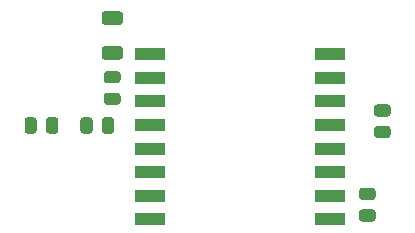
<source format=gtp>
%TF.GenerationSoftware,KiCad,Pcbnew,(5.1.9-0-10_14)*%
%TF.CreationDate,2021-03-17T15:04:59+08:00*%
%TF.ProjectId,Kernel,4b65726e-656c-42e6-9b69-6361645f7063,rev?*%
%TF.SameCoordinates,Original*%
%TF.FileFunction,Paste,Top*%
%TF.FilePolarity,Positive*%
%FSLAX46Y46*%
G04 Gerber Fmt 4.6, Leading zero omitted, Abs format (unit mm)*
G04 Created by KiCad (PCBNEW (5.1.9-0-10_14)) date 2021-03-17 15:04:59*
%MOMM*%
%LPD*%
G01*
G04 APERTURE LIST*
%ADD10R,2.500000X1.000000*%
G04 APERTURE END LIST*
D10*
%TO.C,U1*%
X89555000Y-39680000D03*
X89555000Y-41680000D03*
X89555000Y-43680000D03*
X89555000Y-45680000D03*
X89555000Y-47680000D03*
X89555000Y-49680000D03*
X89555000Y-51680000D03*
X89555000Y-53680000D03*
X104755000Y-53680000D03*
X104755000Y-51680000D03*
X104755000Y-49680000D03*
X104755000Y-47680000D03*
X104755000Y-45680000D03*
X104755000Y-43680000D03*
X104755000Y-41680000D03*
X104755000Y-39680000D03*
%TD*%
%TO.C,R5*%
G36*
G01*
X79967500Y-45269998D02*
X79967500Y-46170002D01*
G75*
G02*
X79717502Y-46420000I-249998J0D01*
G01*
X79192498Y-46420000D01*
G75*
G02*
X78942500Y-46170002I0J249998D01*
G01*
X78942500Y-45269998D01*
G75*
G02*
X79192498Y-45020000I249998J0D01*
G01*
X79717502Y-45020000D01*
G75*
G02*
X79967500Y-45269998I0J-249998D01*
G01*
G37*
G36*
G01*
X81792500Y-45269998D02*
X81792500Y-46170002D01*
G75*
G02*
X81542502Y-46420000I-249998J0D01*
G01*
X81017498Y-46420000D01*
G75*
G02*
X80767500Y-46170002I0J249998D01*
G01*
X80767500Y-45269998D01*
G75*
G02*
X81017498Y-45020000I249998J0D01*
G01*
X81542502Y-45020000D01*
G75*
G02*
X81792500Y-45269998I0J-249998D01*
G01*
G37*
%TD*%
%TO.C,R4*%
G36*
G01*
X85909998Y-42945000D02*
X86810002Y-42945000D01*
G75*
G02*
X87060000Y-43194998I0J-249998D01*
G01*
X87060000Y-43720002D01*
G75*
G02*
X86810002Y-43970000I-249998J0D01*
G01*
X85909998Y-43970000D01*
G75*
G02*
X85660000Y-43720002I0J249998D01*
G01*
X85660000Y-43194998D01*
G75*
G02*
X85909998Y-42945000I249998J0D01*
G01*
G37*
G36*
G01*
X85909998Y-41120000D02*
X86810002Y-41120000D01*
G75*
G02*
X87060000Y-41369998I0J-249998D01*
G01*
X87060000Y-41895002D01*
G75*
G02*
X86810002Y-42145000I-249998J0D01*
G01*
X85909998Y-42145000D01*
G75*
G02*
X85660000Y-41895002I0J249998D01*
G01*
X85660000Y-41369998D01*
G75*
G02*
X85909998Y-41120000I249998J0D01*
G01*
G37*
%TD*%
%TO.C,R3*%
G36*
G01*
X85490000Y-46170002D02*
X85490000Y-45269998D01*
G75*
G02*
X85739998Y-45020000I249998J0D01*
G01*
X86265002Y-45020000D01*
G75*
G02*
X86515000Y-45269998I0J-249998D01*
G01*
X86515000Y-46170002D01*
G75*
G02*
X86265002Y-46420000I-249998J0D01*
G01*
X85739998Y-46420000D01*
G75*
G02*
X85490000Y-46170002I0J249998D01*
G01*
G37*
G36*
G01*
X83665000Y-46170002D02*
X83665000Y-45269998D01*
G75*
G02*
X83914998Y-45020000I249998J0D01*
G01*
X84440002Y-45020000D01*
G75*
G02*
X84690000Y-45269998I0J-249998D01*
G01*
X84690000Y-46170002D01*
G75*
G02*
X84440002Y-46420000I-249998J0D01*
G01*
X83914998Y-46420000D01*
G75*
G02*
X83665000Y-46170002I0J249998D01*
G01*
G37*
%TD*%
%TO.C,R2*%
G36*
G01*
X108400002Y-52027500D02*
X107499998Y-52027500D01*
G75*
G02*
X107250000Y-51777502I0J249998D01*
G01*
X107250000Y-51252498D01*
G75*
G02*
X107499998Y-51002500I249998J0D01*
G01*
X108400002Y-51002500D01*
G75*
G02*
X108650000Y-51252498I0J-249998D01*
G01*
X108650000Y-51777502D01*
G75*
G02*
X108400002Y-52027500I-249998J0D01*
G01*
G37*
G36*
G01*
X108400002Y-53852500D02*
X107499998Y-53852500D01*
G75*
G02*
X107250000Y-53602502I0J249998D01*
G01*
X107250000Y-53077498D01*
G75*
G02*
X107499998Y-52827500I249998J0D01*
G01*
X108400002Y-52827500D01*
G75*
G02*
X108650000Y-53077498I0J-249998D01*
G01*
X108650000Y-53602502D01*
G75*
G02*
X108400002Y-53852500I-249998J0D01*
G01*
G37*
%TD*%
%TO.C,R1*%
G36*
G01*
X108769998Y-45762500D02*
X109670002Y-45762500D01*
G75*
G02*
X109920000Y-46012498I0J-249998D01*
G01*
X109920000Y-46537502D01*
G75*
G02*
X109670002Y-46787500I-249998J0D01*
G01*
X108769998Y-46787500D01*
G75*
G02*
X108520000Y-46537502I0J249998D01*
G01*
X108520000Y-46012498D01*
G75*
G02*
X108769998Y-45762500I249998J0D01*
G01*
G37*
G36*
G01*
X108769998Y-43937500D02*
X109670002Y-43937500D01*
G75*
G02*
X109920000Y-44187498I0J-249998D01*
G01*
X109920000Y-44712502D01*
G75*
G02*
X109670002Y-44962500I-249998J0D01*
G01*
X108769998Y-44962500D01*
G75*
G02*
X108520000Y-44712502I0J249998D01*
G01*
X108520000Y-44187498D01*
G75*
G02*
X108769998Y-43937500I249998J0D01*
G01*
G37*
%TD*%
%TO.C,C1*%
G36*
G01*
X87010001Y-37200000D02*
X85709999Y-37200000D01*
G75*
G02*
X85460000Y-36950001I0J249999D01*
G01*
X85460000Y-36299999D01*
G75*
G02*
X85709999Y-36050000I249999J0D01*
G01*
X87010001Y-36050000D01*
G75*
G02*
X87260000Y-36299999I0J-249999D01*
G01*
X87260000Y-36950001D01*
G75*
G02*
X87010001Y-37200000I-249999J0D01*
G01*
G37*
G36*
G01*
X87010001Y-40150000D02*
X85709999Y-40150000D01*
G75*
G02*
X85460000Y-39900001I0J249999D01*
G01*
X85460000Y-39249999D01*
G75*
G02*
X85709999Y-39000000I249999J0D01*
G01*
X87010001Y-39000000D01*
G75*
G02*
X87260000Y-39249999I0J-249999D01*
G01*
X87260000Y-39900001D01*
G75*
G02*
X87010001Y-40150000I-249999J0D01*
G01*
G37*
%TD*%
M02*

</source>
